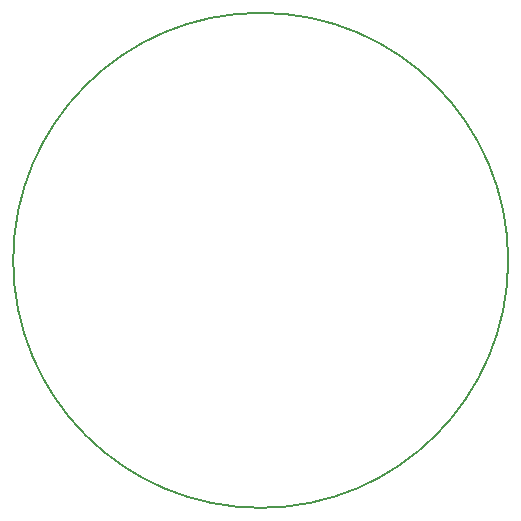
<source format=gm1>
G04 Layer_Color=16711935*
%FSLAX25Y25*%
%MOIN*%
G70*
G01*
G75*
%ADD37C,0.00500*%
D37*
X165000Y82500D02*
G03*
X165000Y82500I-82500J0D01*
G01*
M02*

</source>
